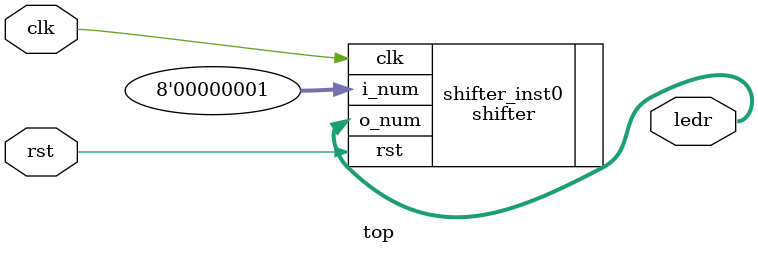
<source format=v>
module top(
    input   clk,
    input   rst,
    output reg  [7:0] ledr
);

    shifter shifter_inst0(
        .clk(clk),
        .rst(rst),
        .i_num(8'b0000_0001),
        .o_num(ledr));

endmodule

</source>
